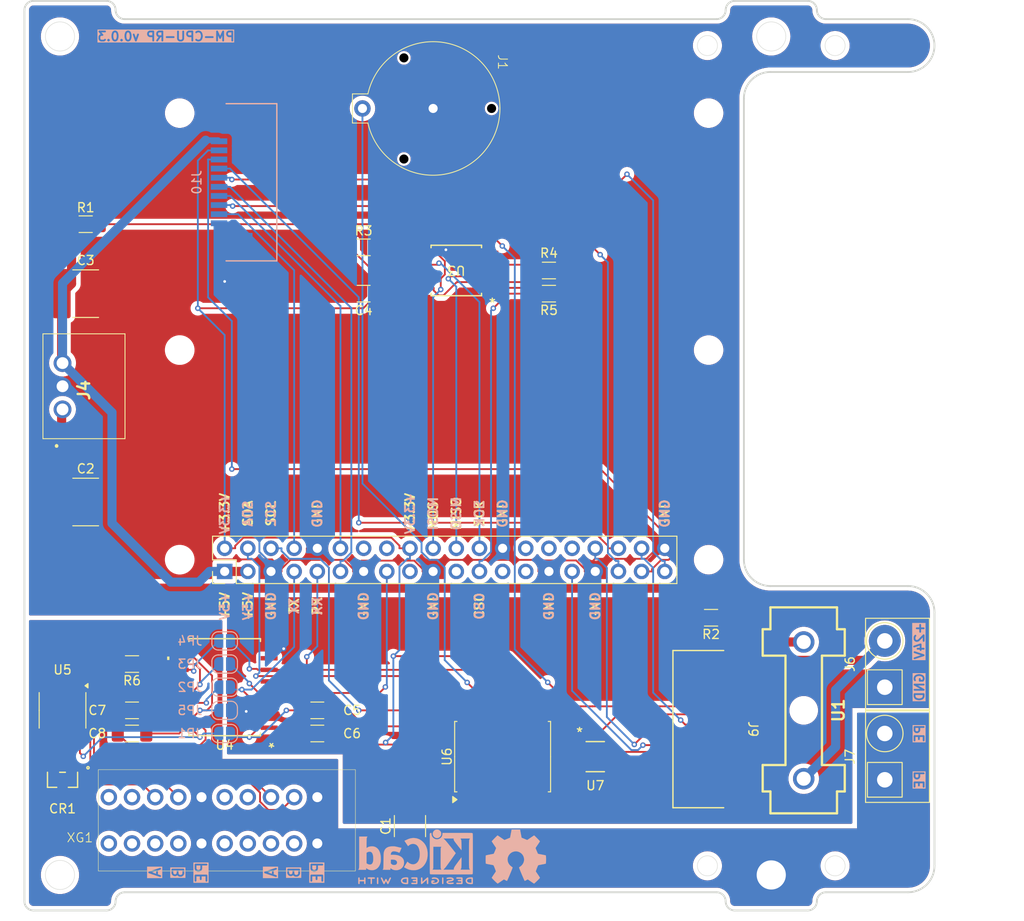
<source format=kicad_pcb>
(kicad_pcb (version 20240108) (generator "pcbnew") (generator_version "8.0")
  (title_block (title "${article} v${version}"))
  (layers (0 "F.Cu" signal) (31 "B.Cu" signal) (34 "B.Paste" user) (35 "F.Paste" user) (36 "B.SilkS" user "B.Silkscreen") (37 "F.SilkS" user "F.Silkscreen") (38 "B.Mask" user) (39 "F.Mask" user) (44 "Edge.Cuts" user))
  (property "article" "PM-CPU-RP")
  (property "version" "0.0.3")
  (net 0 "")
  (net 1 "/LED_1")
  (net 2 "/LED_2")
  (net 4 "/LED_0")
  (net 8 "+5V")
  (net 9 "GND")
  (net 10 "/SCL")
  (net 11 "/SDA")
  (net 12 "PE")
  (net 13 "Net-(J4-VIN)")
  (net 14 "+24V")
  (net 15 "+3.3V")
  (net 16 "/subplates/LED_24V")
  (net 17 "/subplates/LED_5V")
  (net 18 "/UART_RTS")
  (net 20 "+3.3V_ISO")
  (net 21 "GND_ISO")
  (net 25 "/RS485_B")
  (net 26 "/RS485_A")
  (net 27 "/UART_TX")
  (net 28 "/UART_RX")
  (net 32 "Net-(U3-{slash}WP(IO2))")
  (net 33 "Net-(U3-{slash}HOLD_(IO3))")
  (net 34 "/UART_TX_ISO")
  (net 35 "/UART_RX_ISO")
  (net 36 "/UART_RTS_ISO")
  (net 45 "Net-(U6-VBAT)")
  (net 47 "/subplates/LED_RX")
  (net 48 "/subplates/LED_TX")
  (net 50 "/SPI0_MOSI")
  (net 51 "/SPI1_MOSI")
  (net 52 "/SPI1_CS0")
  (net 53 "/SPI0_CS0")
  (net 54 "/SPI0_SCK")
  (net 55 "/SPI1_MISO")
  (net 56 "/SPI1_SCK")
  (net 57 "/SPI1_CS1")
  (net 58 "/SPI1_CS2")
  (net 59 "/SPI0_MISO")
  (net 60 "/SPI1_CS3")
  (footprint "kicad_inventree_lib:PE" (layer "F.Cu") (at 106.93 146.33)
    (property "Reference" "PE1" (hide yes))
    (property "Value" "PE")
  )
  (footprint "kicad_inventree_lib:DBV6-M" (layer "F.Cu") (at 87.63 133.35)
    (property "Reference" "U7")
    (property "Value" "SN74LVC2G14DBVR")
  )
  (footprint "kicad_inventree_lib:BS-12-A1AJ002-F" (layer "F.Cu") (at 62.1 62.23 90)
    (property "Reference" "J1")
    (property "Value" "~")
  )
  (footprint "kicad_inventree_lib:C_2220_5750Metric_Pad1.97x5.40mm_HandSolder" (layer "F.Cu") (at 31.75 82.55)
    (property "Reference" "C3")
    (property "Value" "22uF")
  )
  (footprint "kicad_inventree_lib:RaspberryPi" (layer "F.Cu") (at 72.06 62.74 90)
    (property "Reference" "D1" (hide yes))
    (property "Value" "~")
  )
  (footprint "Resistor_SMD:R_1206_3216Metric_Pad1.30x1.75mm_HandSolder" (layer "F.Cu") (at 36.83 123.19 180)
    (property "Reference" "R6")
    (property "Value" "10k")
  )
  (footprint "kicad_inventree_lib:SOT23-3_LTF-M" (layer "F.Cu") (at 29.21 135.89 180)
    (property "Reference" "CR1")
    (property "Value" "SM712")
  )
  (footprint "Capacitor_SMD:C_1206_3216Metric_Pad1.33x1.80mm_HandSolder" (layer "F.Cu") (at 36.83 130.81 180)
    (property "Reference" "C8")
    (property "Value" "10uF")
  )
  (footprint "Resistor_SMD:R_1206_3216Metric_Pad1.30x1.75mm_HandSolder" (layer "F.Cu") (at 31.75 74.93)
    (property "Reference" "R1")
    (property "Value" "330R")
  )
  (footprint "Capacitor_SMD:C_1206_3216Metric_Pad1.33x1.80mm_HandSolder" (layer "F.Cu") (at 57.15 128.27)
    (property "Reference" "C5")
    (property "Value" "100nF")
  )
  (footprint "kicad_inventree_lib:MountingHole_M3" (layer "F.Cu") (at 106.93 54.33)
    (property "Reference" "H3" (hide yes))
    (property "Value" "MountingHole_M3")
    (fp_circle (center 0 0) (end 1.6 0) (stroke (width 0.05)) (fill none) (layer "Edge.Cuts"))
  )
  (footprint "NextPCB:Degson_2EDGR-5.08-02P" (layer "F.Cu") (at 119.38 125.73 90)
    (property "Reference" "J6")
    (property "Value" "2EDGR-5.08-02P")
  )
  (footprint "kicad_inventree_lib:SOIC16-WBW_CLG-M" (layer "F.Cu") (at 46.99 125.73 180)
    (property "Reference" "U4")
    (property "Value" "CA-IS3641HW")
  )
  (footprint "Capacitor_SMD:C_1812_4532Metric_Pad1.57x3.40mm_HandSolder" (layer "F.Cu") (at 67.31 140.97 90)
    (property "Reference" "C1")
    (property "Value" "4.7nF 2kV")
  )
  (footprint "Package_SO:SOIC-8_3.9x4.9mm_P1.27mm" (layer "F.Cu") (at 29.21 128.27 -90)
    (property "Reference" "U5")
    (property "Value" "MAX3485")
  )
  (footprint "Capacitor_SMD:C_1206_3216Metric_Pad1.33x1.80mm_HandSolder" (layer "F.Cu") (at 57.15 130.81)
    (property "Reference" "C6")
    (property "Value" "10uF")
  )
  (footprint "kicad_inventree_lib:K7805-2000R3" (layer "F.Cu") (at 29.21 95.25 90)
    (property "Reference" "J4")
    (property "Value" "K7805-2000R3" (hide yes))
  )
  (footprint "kicad_inventree_lib:CONN10_AFA07-S10_JUS" (layer "F.Cu") (at 98.93 130.33 -90)
    (property "Reference" "J9")
    (property "Value" "AFA07-S10FCC-00")
  )
  (footprint "Resistor_SMD:R_1206_3216Metric_Pad1.30x1.75mm_HandSolder" (layer "F.Cu") (at 82.55 82.55 180)
    (property "Reference" "R5")
    (property "Value" "10k")
  )
  (footprint "kicad_inventree_lib:MountingHole_M3" (layer "F.Cu") (at 28.93 54.33)
    (property "Reference" "H2" (hide yes))
    (property "Value" "MountingHole_M3")
    (fp_circle (center 0 0) (end 1.6 0) (stroke (width 0.05)) (fill none) (layer "Edge.Cuts"))
  )
  (footprint "Capacitor_SMD:C_1206_3216Metric_Pad1.33x1.80mm_HandSolder" (layer "F.Cu") (at 62.23 82.55 180)
    (property "Reference" "C4")
    (property "Value" "10uF")
  )
  (footprint "kicad_inventree_lib:SOIC-8_5P28X5P28_WIN-M" (layer "F.Cu") (at 72.39 80.01 180)
    (property "Reference" "U3")
    (property "Value" "W25Q32JVSSIQ")
  )
  (footprint "kicad_inventree_lib:MountingHole_M3" (layer "F.Cu") (at 28.93 146.33)
    (property "Reference" "H1" (hide yes))
    (property "Value" "MountingHole_M3")
    (fp_circle (center 0 0) (end 1.6 0) (stroke (width 0.05)) (fill none) (layer "Edge.Cuts"))
  )
  (footprint "kicad_inventree_lib:C_2220_5750Metric_Pad1.97x5.40mm_HandSolder" (layer "F.Cu") (at 31.75 105.41)
    (property "Reference" "C2")
    (property "Value" "22uF")
  )
  (footprint "Capacitor_SMD:C_1206_3216Metric_Pad1.33x1.80mm_HandSolder" (layer "F.Cu") (at 36.83 128.27 180)
    (property "Reference" "C7")
    (property "Value" "100nF")
  )
  (footprint "NextPCB:Degson_2EDGR-5.08-02P" (layer "F.Cu") (at 119.38 135.89 90)
    (property "Reference" "J7")
    (property "Value" "2EDGR-5.08-02P")
  )
  (footprint "Resistor_SMD:R_1206_3216Metric_Pad1.30x1.75mm_HandSolder" (layer "F.Cu") (at 100.33 118.11 180)
    (property "Reference" "R2")
    (property "Value" "4k7")
  )
  (footprint "Package_SO:SOIC-16W_7.5x10.3mm_P1.27mm" (layer "F.Cu") (at 77.47 133.35 90)
    (property "Reference" "U6")
    (property "Value" "DS3231")
  )
  (footprint "Resistor_SMD:R_1206_3216Metric_Pad1.30x1.75mm_HandSolder" (layer "F.Cu") (at 82.55 80.01 180)
    (property "Reference" "R4")
    (property "Value" "10k")
  )
  (footprint "Resistor_SMD:R_1206_3216Metric_Pad1.30x1.75mm_HandSolder" (layer "F.Cu") (at 62.23 77.47)
    (property "Reference" "R3")
    (property "Value" "10k")
  )
  (footprint "kicad_inventree_lib:DG141R-2.54-10P" (layer "F.Cu") (at 33.39 145.895)
    (property "Reference" "XG1")
    (property "Value" "DG141R-2.54-10P" (hide yes))
  )
  (footprint "NextPCB:Fuseholder" (layer "F.Cu") (at 110.49 128.27 90)
    (property "Reference" "U1")
    (property "Value" "64900001039" (hide yes))
  )
  (footprint "kicad_inventree_lib:PM-LED_v0.0.2" (layer "F.Cu") (at 109.93 100.33)
    (property "Reference" "U2" (hide yes))
    (property "Value" "PM-LED8_v0.0.2")
    (fp_circle (center -10 -45) (end -8.9 -45) (stroke (width 0.05)) (fill none) (layer "Edge.Cuts"))
    (fp_circle (center -10 45) (end -8.9 45) (stroke (width 0.05)) (fill none) (layer "Edge.Cuts"))
    (fp_circle (center 4 -45) (end 5.1 -45) (stroke (width 0.05)) (fill none) (layer "Edge.Cuts"))
    (fp_circle (center 4 45) (end 5.1 45) (stroke (width 0.05)) (fill none) (layer "Edge.Cuts"))
  )
  (footprint "Jumper:SolderJumper-2_P1.3mm_Open_RoundedPad1.0x1.5mm" (layer "B.Cu") (at 46.99 120.65 180)
    (property "Reference" "JP4")
    (property "Value" "SolderJumper_2_Open")
  )
  (footprint "Symbol:KiCad-Logo2_5mm_SilkScreen" (layer "B.Cu") (at 67.93 144.33 180)
    (property "Reference" "kicad_logo" (hide yes))
    (property "Value" "KiCad-Logo2_5mm_SilkScreen" (hide yes))
  )
  (footprint "Jumper:SolderJumper-2_P1.3mm_Open_RoundedPad1.0x1.5mm" (layer "B.Cu") (at 46.99 125.73 180)
    (property "Reference" "JP2")
    (property "Value" "SolderJumper_2_Open")
  )
  (footprint "Jumper:SolderJumper-2_P1.3mm_Open_RoundedPad1.0x1.5mm" (layer "B.Cu") (at 46.99 128.27 180)
    (property "Reference" "JP5")
    (property "Value" "SolderJumper_2_Open")
  )
  (footprint "kicad_inventree_lib:CONN10_AFA07-S10_JUS" (layer "B.Cu") (at 49.93 70.33 -90)
    (property "Reference" "J10")
    (property "Value" "AFA07-S10FCC-00")
  )
  (footprint "Jumper:SolderJumper-2_P1.3mm_Open_RoundedPad1.0x1.5mm" (layer "B.Cu") (at 46.99 130.81 180)
    (property "Reference" "JP1")
    (property "Value" "SolderJumper_2_Open")
  )
  (footprint "Symbol:OSHW-Symbol_6.7x6mm_SilkScreen" (layer "B.Cu") (at 78.93 144.33 180)
    (property "Reference" "oshw_logo" (hide yes))
    (property "Value" "OSHW-Symbol_6.7x6mm_SilkScreen" (hide yes))
  )
  (footprint "Jumper:SolderJumper-2_P1.3mm_Open_RoundedPad1.0x1.5mm" (layer "B.Cu") (at 46.99 123.19 180)
    (property "Reference" "JP3")
    (property "Value" "SolderJumper_2_Open")
  )
  (gr_line (start 106.83 58.23) (end 121.93 58.229998) (stroke (width 0.2)) (layer "Edge.Cuts"))
  (gr_line (start 25.03 51.43) (end 25.03 149.23) (stroke (width 0.2)) (layer "Edge.Cuts"))
  (gr_arc (start 101.93 51.43) (mid 102.222893 50.722893) (end 102.93 50.43) (stroke (width 0.2)) (layer "Edge.Cuts"))
  (gr_line (start 26.03 50.43) (end 34.03 50.43) (stroke (width 0.2)) (layer "Edge.Cuts"))
  (gr_arc (start 35.03 149.23) (mid 34.737107 149.937107) (end 34.03 150.23) (stroke (width 0.2)) (layer "Edge.Cuts"))
  (gr_arc (start 36.03 52.43) (mid 35.322893 52.137107) (end 35.03 51.43) (stroke (width 0.2)) (layer "Edge.Cuts"))
  (gr_line (start 106.83 114.63) (end 121.93 114.63) (stroke (width 0.2)) (layer "Edge.Cuts"))
  (gr_line (start 100.93 148.23) (end 36.03 148.23) (stroke (width 0.2)) (layer "Edge.Cuts"))
  (gr_arc (start 112.93 52.43) (mid 112.222893 52.137107) (end 111.93 51.43) (stroke (width 0.2)) (layer "Edge.Cuts"))
  (gr_arc (start 121.93 52.43) (mid 124.83 55.33) (end 121.93 58.229998) (stroke (width 0.2)) (layer "Edge.Cuts"))
  (gr_line (start 110.93 50.43) (end 102.93 50.43) (stroke (width 0.2)) (layer "Edge.Cuts"))
  (gr_arc (start 103.93 61.13) (mid 104.77939 59.07939) (end 106.83 58.23) (stroke (width 0.2)) (layer "Edge.Cuts"))
  (gr_line (start 103.93 61.13) (end 103.93 111.73) (stroke (width 0.2)) (layer "Edge.Cuts"))
  (gr_arc (start 121.93 114.63) (mid 123.98061 115.47939) (end 124.83 117.53) (stroke (width 0.2)) (layer "Edge.Cuts"))
  (gr_arc (start 35.03 149.23) (mid 35.322891 148.522891) (end 36.03 148.23) (stroke (width 0.2)) (layer "Edge.Cuts"))
  (gr_line (start 112.93 148.23) (end 121.93 148.23) (stroke (width 0.2)) (layer "Edge.Cuts"))
  (gr_arc (start 100.93 148.23) (mid 101.637107 148.522893) (end 101.93 149.23) (stroke (width 0.2)) (layer "Edge.Cuts"))
  (gr_line (start 102.93 150.23) (end 110.93 150.23) (stroke (width 0.2)) (layer "Edge.Cuts"))
  (gr_arc (start 110.93 50.43) (mid 111.637107 50.722893) (end 111.93 51.43) (stroke (width 0.2)) (layer "Edge.Cuts"))
  (gr_arc (start 111.93 149.23) (mid 112.222893 148.522893) (end 112.93 148.23) (stroke (width 0.2)) (layer "Edge.Cuts"))
  (gr_arc (start 124.83 145.33) (mid 123.98061 147.38061) (end 121.93 148.23) (stroke (width 0.2)) (layer "Edge.Cuts"))
  (gr_line (start 36.03 52.43) (end 100.93 52.43) (stroke (width 0.2)) (layer "Edge.Cuts"))
  (gr_arc (start 106.83 114.63) (mid 104.77939 113.78061) (end 103.93 111.73) (stroke (width 0.2)) (layer "Edge.Cuts"))
  (gr_arc (start 101.93 51.43) (mid 101.637107 52.137107) (end 100.93 52.43) (stroke (width 0.2)) (layer "Edge.Cuts"))
  (gr_arc (start 25.03 51.43) (mid 25.322893 50.722893) (end 26.03 50.43) (stroke (width 0.2)) (layer "Edge.Cuts"))
  (gr_arc (start 34.03 50.43) (mid 34.737107 50.722893) (end 35.03 51.43) (stroke (width 0.2)) (layer "Edge.Cuts"))
  (gr_line (start 26.03 150.23) (end 34.03 150.23) (stroke (width 0.2)) (layer "Edge.Cuts"))
  (gr_line (start 124.83 117.53) (end 124.83 145.33) (stroke (width 0.2)) (layer "Edge.Cuts"))
  (gr_arc (start 102.93 150.23) (mid 102.222893 149.937107) (end 101.93 149.23) (stroke (width 0.2)) (layer "Edge.Cuts"))
  (gr_line (start 121.93 52.43) (end 112.93 52.43) (stroke (width 0.2)) (layer "Edge.Cuts"))
  (gr_arc (start 111.93 149.23) (mid 111.637107 149.937107) (end 110.93 150.23) (stroke (width 0.2)) (layer "Edge.Cuts"))
  (gr_arc (start 26.03 150.23) (mid 25.322893 149.937107) (end 25.03 149.23) (stroke (width 0.2)) (layer "Edge.Cuts"))
  (gr_text "+24V" (at 123.19 120.65 90) (layer "B.SilkS" knockout) (effects (font (size 1 1) (thickness 0.2) (bold yes)) (justify mirror)))
  (gr_text "${article} v${version}" (at 32.93 54.33 0) (layer "B.SilkS" knockout) (effects (font (size 1 1) (thickness 0.2) (bold yes)) (justify right mirror)))
  (gr_text "PE" (at 123.19 130.81 90) (layer "B.SilkS" knockout) (effects (font (size 1 1) (thickness 0.2) (bold yes)) (justify mirror)))
  (gr_text "B" (at 41.91 146.05 90) (layer "B.SilkS" knockout) (effects (font (size 1.2 1.2) (thickness 0.2) (bold yes)) (justify mirror)))
  (gr_text "PE" (at 123.19 135.89 90) (layer "B.SilkS" knockout) (effects (font (size 1 1) (thickness 0.2) (bold yes)) (justify mirror)))
  (gr_text "A" (at 52.07 146.05 90) (layer "B.SilkS" knockout) (effects (font (size 1.2 1.2) (thickness 0.2) (bold yes)) (justify mirror)))
  (gr_text "PE" (at 44.45 146.05 90) (layer "B.SilkS" knockout) (effects (font (size 1.2 1.2) (thickness 0.2) (bold yes)) (justify mirror)))
  (gr_text "PE" (at 57.15 146.05 90) (layer "B.SilkS" knockout) (effects (font (size 1.2 1.2) (thickness 0.2) (bold yes)) (justify mirror)))
  (gr_text "B" (at 54.61 146.05 90) (layer "B.SilkS" knockout) (effects (font (size 1.2 1.2) (thickness 0.2) (bold yes)) (justify mirror)))
  (gr_text "GND" (at 123.19 125.73 90) (layer "B.SilkS" knockout) (effects (font (size 1 1) (thickness 0.2) (bold yes)) (justify mirror)))
  (gr_text "A" (at 39.37 146.05 90) (layer "B.SilkS" knockout) (effects (font (size 1.2 1.2) (thickness 0.2) (bold yes)) (justify mirror)))
  (segment (start 93.0961 130.83) (end 91.9116 132.0145) (width 0.2) (layer "F.Cu") (net 1))
  (segment (start 102.486 130.83) (end 93.0961 130.83) (width 0.2) (layer "F.Cu") (net 1))
  (via (at 91.9116 132.0145) (size 0.6) (drill 0.3) (layers "F.Cu" "B.Cu") (net 1))
  (segment (start 87.63 110.49) (end 87.63 111.6417) (width 0.2) (layer "B.Cu") (net 1))
  (segment (start 91.9116 132.0145) (end 88.9 129.0029) (width 0.2) (layer "B.Cu") (net 1))
  (segment (start 88.9 112.6432) (end 87.8985 111.6417) (width 0.2) (layer "B.Cu") (net 1))
  (segment (start 87.8985 111.6417) (end 87.63 111.6417) (width 0.2) (layer "B.Cu") (net 1))
  (segment (start 88.9 129.0029) (end 88.9 112.6432) (width 0.2) (layer "B.Cu") (net 1))
  (segment (start 102.486 131.83) (end 101.2826 131.83) (width 0.2) (layer "F.Cu") (net 2))
  (segment (start 101.0274 132.0852) (end 101.2826 131.83) (width 0.2) (layer "F.Cu") (net 2))
  (segment (start 92.8587 132.0852) (end 101.0274 132.0852) (width 0.2) (layer "F.Cu") (net 2))
  (via (at 92.8587 132.0852) (size 0.6) (drill 0.3) (layers "F.Cu" "B.Cu") (net 2))
  (segment (start 92.3129 132.631) (end 92.8587 132.0852) (width 0.2) (layer "B.Cu") (net 2))
  (segment (start 91.5967 132.631) (end 92.3129 132.631) (width 0.2) (layer "B.Cu") (net 2))
  (segment (start 85.09 113.03) (end 85.09 126.1243) (width 0.2) (layer "B.Cu") (net 2))
  (segment (start 85.09 126.1243) (end 91.5967 132.631) (width 0.2) (layer "B.Cu") (net 2))
  (segment (start 97.4861 129.83) (end 96.9943 129.3382) (width 0.2) (layer "F.Cu") (net 4))
  (segment (start 102.486 129.83) (end 97.4861 129.83) (width 0.2) (layer "F.Cu") (net 4))
  (via (at 96.9943 129.3382) (size 0.6) (drill 0.3) (layers "F.Cu" "B.Cu") (net 4))
  (segment (start 92.9785 111.6417) (end 93.98 112.6432) (width 0.2) (layer "B.Cu") (net 4))
  (segment (start 93.98 126.3239) (end 96.9943 129.3382) (width 0.2) (layer "B.Cu") (net 4))
  (segment (start 93.98 112.6432) (end 93.98 126.3239) (width 0.2) (layer "B.Cu") (net 4))
  (segment (start 92.71 111.6417) (end 92.9785 111.6417) (width 0.2) (layer "B.Cu") (net 4))
  (segment (start 92.71 110.49) (end 92.71 111.6417) (width 0.2) (layer "B.Cu") (net 4))
  (segment (start 46.99 113.03) (end 49.53 113.03) (width 1) (layer "F.Cu") (net 8))
  (segment (start 29.1125 90.0725) (end 29.1125 82.55) (width 1) (layer "F.Cu") (net 8))
  (segment (start 30.2 81.4625) (end 29.1125 82.55) (width 1) (layer "F.Cu") (net 8))
  (segment (start 30.2 74.93) (end 30.2 81.4625) (width 1) (layer "F.Cu") (net 8))
  (segment (start 29.21 90.17) (end 29.1125 90.0725) (width 1) (layer "F.Cu") (net 8))
  (segment (start 29.21 81.4143) (end 29.21 90.17) (width 1) (layer "B.Cu") (net 8))
  (segment (start 41.0892 114.2016) (end 34.6338 107.7462) (width 1) (layer "B.Cu") (net 8))
  (segment (start 44.912 65.7123) (end 29.21 81.4143) (width 1) (layer "B.Cu") (net 8))
  (segment (start 34.6338 95.5938) (end 29.21 90.17) (width 1) (layer "B.Cu") (net 8))
  (segment (start 44.912 65.7123) (end 46.2563 65.7123) (width 0.6348) (layer "B.Cu") (net 8))
  (segment (start 46.2563 65.7123) (end 46.374 65.83) (width 0.6348) (layer "B.Cu") (net 8))
  (segment (start 34.6338 107.7462) (end 34.6338 95.5938) (width 1) (layer "B.Cu") (net 8))
  (segment (start 44.1667 114.2016) (end 41.0892 114.2016) (width 1) (layer "B.Cu") (net 8))
  (segment (start 45.3383 113.03) (end 44.1667 114.2016) (width 1) (layer "B.Cu") (net 8))
  (segment (start 46.99 113.03) (end 45.3383 113.03) (width 1) (layer "B.Cu") (net 8))
  (segment (start 67.7768 111.84) (end 68.6983 112.7615) (width 0.2) (layer "F.Cu") (net 9))
  (segment (start 34.3875 87.5325) (end 34.3875 82.55) (width 0.2) (layer "F.Cu") (net 9))
  (segment (start 53.3168 121.5062) (end 53.0956 121.285) (width 0.2) (layer "F.Cu") (net 9))
  (segment (start 71.2496 77.7355) (end 74.5001 77.7355) (width 0.2) (layer "F.Cu") (net 9))
  (segment (start 80.645 138) (end 81.915 138) (width 0.2) (layer "F.Cu") (net 9))
  (segment (start 53.2217 112.742) (end 54.2037 111.76) (width 0.2) (layer "F.Cu") (net 9))
  (segment (start 76.7652 139.751) (end 78.105 138.4112) (width 0.2) (layer "F.Cu") (net 9))
  (segment (start 117.3283 125.73) (end 108.2283 134.83) (width 0.2) (layer "F.Cu") (net 9))
  (segment (start 86.1632 133.35) (end 87.0555 133.35) (width 0.2) (layer "F.Cu") (net 9))
  (segment (start 61.0783 112.7615) (end 61.0783 113.03) (width 0.2) (layer "F.Cu") (net 9))
  (segment (start 29.21 92.71) (end 34.3875 87.5325) (width 0.2) (layer "F.Cu") (net 9))
  (segment (start 87.0555 134.8811) (end 87.0555 133.35) (width 0.2) (layer "F.Cu") (net 9))
  (segment (start 53.0956 128.905) (end 53.7306 129.54) (width 0.2) (layer "F.Cu") (net 9))
  (segment (start 60.0768 111.76) (end 61.0783 112.7615) (width 0.2) (layer "F.Cu") (net 9))
  (segment (start 58.7125 130.81) (end 58.7125 128.27) (width 0.2) (layer "F.Cu") (net 9))
  (segment (start 57.15 110.49) (end 55.9983 110.49) (width 0.2) (layer "F.Cu") (net 9))
  (segment (start 61.9998 111.84) (end 67.7768 111.84) (width 0.2) (layer "F.Cu") (net 9))
  (segment (start 78.105 128.7) (end 76.835 128.7) (width 0.2) (layer "F.Cu") (net 9))
  (segment (start 69.6998 111.76) (end 76.3183 111.76) (width 0.2) (layer "F.Cu") (net 9))
  (segment (start 46.9898 81.2118) (end 51.9792 76.2224) (width 0.2) (layer "F.Cu") (net 9))
  (segment (start 78.105 138) (end 79.375 138) (width 0.2) (layer "F.Cu") (net 9))
  (segment (start 81.915 129.994) (end 85.271 133.35) (width 0.2) (layer "F.Cu") (net 9))
  (segment (start 82.55 113.03) (end 81.3983 113.03) (width 0.2) (layer "F.Cu") (net 9))
  (segment (start 119.38 125.73) (end 117.3283 125.73) (width 0.2) (layer "F.Cu") (net 9))
  (segment (start 51.2524 128.905) (end 51.8668 128.905) (width 0.2) (layer "F.Cu") (net 9))
  (segment (start 85.5394 111.8226) (end 86.4783 112.7615) (width 0.2) (layer "F.Cu") (net 9))
  (segment (start 55.9983 111.76) (end 60.0768 111.76) (width 0.2) (layer "F.Cu") (net 9))
  (segment (start 101.2315 134.8811) (end 101.2826 134.83) (width 0.2) (layer "F.Cu") (net 9))
  (segment (start 45.2605 111.7099) (end 52.1896 111.7099) (width 0.2) (layer "F.Cu") (net 9))
  (segment (start 74.5001 77.7355) (end 74.8696 78.105) (width 0.2) (layer "F.Cu") (net 9))
  (segment (start 76.3183 111.76) (end 76.3183 110.49) (width 0.2) (layer "F.Cu") (net 9))
  (segment (start 57.4425 129.54) (end 58.7125 130.81) (width 0.2) (layer "F.Cu") (net 9))
  (segment (start 81.3357 111.76) (end 81.3983 111.8226) (width 0.2) (layer "F.Cu") (net 9))
  (segment (start 81.915 135.7846) (end 81.915 138) (width 0.2) (layer "F.Cu") (net 9))
  (segment (start 94.0983 110.49) (end 94.0983 110.778) (width 0.2) (layer "F.Cu") (net 9))
  (segment (start 79.375 138) (end 80.645 138) (width 0.2) (layer "F.Cu") (net 9))
  (segment (start 51.8668 121.285) (end 50.638 121.285) (width 0.2) (layer "F.Cu") (net 9))
  (segment (start 48.2286 123.6944) (end 48.2286 127.2637) (width 0.2) (layer "F.Cu") (net 9))
  (segment (start 93.2346 111.6417) (end 87.5981 111.6417) (width 0.2) (layer "F.Cu") (net 9))
  (segment (start 76.0857 78.105) (end 74.8696 78.105) (width 0.2) (layer "F.Cu") (net 9))
  (segment (start 76.9404 130.81) (end 81.915 135.7846) (width 0.2) (layer "F.Cu") (net 9))
  (segment (start 58.7125 130.81) (end 76.9404 130.81) (width 0.2) (layer "F.Cu") (net 9))
  (segment (start 34.3875 105.41) (end 38.9606 105.41) (width 0.2) (layer "F.Cu") (net 9))
  (segment (start 51.9792 76.2224) (end 69.7365 76.2224) (width 0.2) (layer "F.Cu") (net 9))
  (segment (start 49.3527 128.3878) (end 49.8699 128.905) (width 0.2) (layer "F.Cu") (net 9))
  (segment (start 67.31 138.8325) (end 68.2285 139.751) (width 0.2) (layer "F.Cu") (net 9))
  (segment (start 54.2037 111.76) (end 55.9983 111.76) (width 0.2) (layer "F.Cu") (net 9))
  (segment (start 69.85 113.03) (end 68.6983 113.03) (width 0.2) (layer "F.Cu") (net 9))
  (segment (start 52.07 113.03) (end 53.2217 113.03) (width 0.2) (layer "F.Cu") (net 9))
  (segment (start 55.9983 111.76) (end 55.9983 110.49) (width 0.2) (layer "F.Cu") (net 9))
  (segment (start 87.0555 134.8811) (end 101.2315 134.8811) (width 0.2) (layer "F.Cu") (net 9))
  (segment (start 94.0983 110.778) (end 93.2346 111.6417) (width 0.2) (layer "F.Cu") (net 9))
  (segment (start 76.3183 111.76) (end 81.3357 111.76) (width 0.2) (layer "F.Cu") (net 9))
  (segment (start 86.1632 133.35) (end 85.271 133.35) (width 0.2) (layer "F.Cu") (net 9))
  (segment (start 95.25 110.49) (end 94.0983 110.49) (width 0.2) (layer "F.Cu") (net 9))
  (segment (start 68.6983 112.7615) (end 69.6998 111.76) (width 0.2) (layer "F.Cu") (net 9))
  (segment (start 86.4783 112.7615) (end 86.4783 113.03) (width 0.2) (layer "F.Cu") (net 9))
  (segment (start 79.375 128.7) (end 78.105 128.7) (width 0.2) (layer "F.Cu") (net 9))
  (segment (start 69.7365 76.2224) (end 71.2496 77.7355) (width 0.2) (layer "F.Cu") (net 9))
  (segment (start 108.2283 134.83) (end 102.486 134.83) (width 0.2) (layer "F.Cu") (net 9))
  (segment (start 49.8699 128.905) (end 50.638 128.905) (width 0.2) (layer "F.Cu") (net 9))
  (segment (start 52.1896 111.7099) (end 53.2217 112.742) (width 0.2) (layer "F.Cu") (net 9))
  (segment (start 81.915 135.7846) (end 82.8185 134.8811) (width 0.2) (layer "F.Cu") (net 9))
  (segment (start 50.638 121.285) (end 48.2286 123.6944) (width 0.2) (layer "F.Cu") (net 9))
  (segment (start 46.9898 82.55) (end 60.6675 82.55) (width 0.2) (layer "F.Cu") (net 9))
  (segment (start 87.63 113.03) (end 86.4783 113.03) (width 0.2) (layer "F.Cu") (net 9))
  (segment (start 77.47 110.49) (end 76.3183 110.49) (width 0.2) (layer "F.Cu") (net 9))
  (segment (start 34.3875 82.55) (end 46.9898 82.55) (width 0.2) (layer "F.Cu") (net 9))
  (segment (start 51.8668 121.285) (end 53.0956 121.285) (width 0.2) (layer "F.Cu") (net 9))
  (segment (start 51.2524 128.905) (end 50.638 128.905) (width 0.2) (layer "F.Cu") (net 9))
  (segment (start 68.6983 112.7615) (end 68.6983 113.03) (width 0.2) (layer "F.Cu") (net 9))
  (segment (start 82.8185 134.8811) (end 87.0555 134.8811) (width 0.2) (layer "F.Cu") (net 9))
  (segment (start 53.2217 113.03) (end 53.2217 112.742) (width 0.2) (layer "F.Cu") (net 9))
  (segment (start 81.915 128.7) (end 81.915 129.994) (width 0.2) (layer "F.Cu") (net 9))
  (segment (start 81.3983 111.8226) (end 85.5394 111.8226) (width 0.2) (layer "F.Cu") (net 9))
  (segment (start 46.9898 82.55) (end 46.9898 81.2118) (width 0.2) (layer "F.Cu") (net 9))
  (segment (start 102.486 134.83) (end 101.2826 134.83) (width 0.2) (layer "F.Cu") (net 9))
  (segment (start 81.915 128.7) (end 80.645 128.7) (width 0.2) (layer "F.Cu") (net 9))
  (segment (start 51.8668 128.905) (end 53.0956 128.905) (width 0.2) (layer "F.Cu") (net 9))
  (segment (start 80.645 128.7) (end 79.375 128.7) (width 0.2) (layer "F.Cu") (net 9))
  (segment (start 87.5981 111.6417) (end 86.4783 112.7615) (width 0.2) (layer "F.Cu") (net 9))
  (segment (start 78.105 138.4112) (end 78.105 138) (width 0.2) (layer "F.Cu") (net 9))
  (segment (start 81.3983 111.8226) (end 81.3983 113.03) (width 0.2) (layer "F.Cu") (net 9))
  (segment (start 53.7306 129.54) (end 57.4425 129.54) (width 0.2) (layer "F.Cu") (net 9))
  (segment (start 48.2286 127.2637) (end 49.3527 128.3878) (width 0.2) (layer "F.Cu") (net 9))
  (segment (start 38.9606 105.41) (end 45.2605 111.7099) (width 0.2) (layer "F.Cu") (net 9))
  (segment (start 61.0783 112.7615) (end 61.9998 111.84) (width 0.2) (layer "F.Cu") (net 9))
  (segment (start 53.4588 121.5062) (end 53.3168 121.5062) (width 0.2) (layer "F.Cu") (net 9))
  (segment (start 68.2285 139.751) (end 76.7652 139.751) (width 0.2) (layer "F.Cu") (net 9))
  (segment (start 62.23 113.03) (end 61.0783 113.03) (width 0.2) (layer "F.Cu") (net 9))
  (via (at 46.9898 81.2118) (size 0.6) (drill 0.3) (layers "F.Cu" "B.Cu") (net 9))
  (via (at 53.4588 121.5062) (size 0.6) (drill 0.3) (layers "F.Cu" "B.Cu") (net 9))
  (via (at 71.2496 77.7355) (size 0.6) (drill 0.3) (layers "F.Cu" "B.Cu") (net 9))
  (via (at 49.3527 128.3878) (size 0.6) (drill 0.3) (layers "F.Cu" "B.Cu") (net 9))
  (segment (start 46.9898 81.2118) (end 46.7016 80.9236) (width 0.2) (layer "B.Cu") (net 9))
  (segment (start 46.7016 80.9236) (end 46.7016 75.7769) (width 0.2) (layer "B.Cu") (net 9))
  (segment (start 52.07 120.1174) (end 52.07 113.03) (width 0.2) (layer "B.Cu") (net 9))
  (segment (start 52.07 111.8783) (end 51.8015 111.8783) (width 0.2) (layer "B.Cu") (net 9))
  (segment (start 47.4226 75.4492) (end 47.5774 75.2944) (width 0.2) (layer "B.Cu") (net 9))
  (segment (start 69.85 76.3359) (end 71.2496 77.7355) (width 0.2) (layer "B.Cu") (net 9))
  (segment (start 47.64 128.27) (end 49.2349 128.27) (width 0.2) (layer "B.Cu") (net 9))
  (segment (start 53.4588 121.5062) (end 52.07 120.1174) (width 0.2) (layer "B.Cu") (net 9))
  (segment (start 52.07 112.555) (end 52.07 113.03) (width 0.2) (layer "B.Cu") (net 9))
  (segment (start 49.2349 128.27) (end 49.3527 128.3878) (width 0.2) (layer "B.Cu") (net 9))
  (segment (start 52.07 112.555) (end 52.07 111.8783) (width 0.2) (layer "B.Cu") (net 9))
  (segment (start 50.8 110.8768) (end 50.8 85.022) (width 0.2) (layer "B.Cu") (net 9))
  (segment (start 47.5774 75.2944) (end 47.5774 74.83) (width 0.2) (layer "B.Cu") (net 9))
  (segment (start 69.85 62.23) (end 69.85 76.3359) (width 0.2) (layer "B.Cu") (net 9))
  (segment (start 46.7016 75.7769) (end 47.0293 75.4492) (width 0.2) (layer "B.Cu") (net 9))
  (segment (start 51.8015 111.8783) (end 50.8 110.8768) (width 0.2) (layer "B.Cu") (net 9))
  (segment (start 46.374 74.83) (end 47.5774 74.83) (width 0.2) (layer "B.Cu") (net 9))
  (segment (start 47.0293 75.4492) (end 47.4226 75.4492) (width 0.2) (layer "B.Cu") (net 9))
  (segment (start 50.8 85.022) (end 46.9898 81.2118) (width 0.2) (layer "B.Cu") (net 9))
  (segment (start 61.6963 128.271) (end 72.596 128.271) (width 0.2) (layer "F.Cu") (net 10))
  (segment (start 72.596 128.271) (end 73.025 128.7) (width 0.2) (layer "F.Cu") (net 10))
  (via (at 61.6963 128.271) (size 0.6) (drill 0.3) (layers "F.Cu" "B.Cu") (net 10))
  (segment (start 52.07 110.49) (end 53.2217 110.49) (width 0.2) (layer "B.Cu") (net 10))
  (segment (start 53.2217 110.778) (end 54.0854 111.6417) (width 0.2) (layer "B.Cu") (net 10))
  (segment (start 57.45 111.6417) (end 58.42 112.6117) (width 0.2) (layer "B.Cu") (net 10))
  (segment (start 58.42 112.6117) (end 58.42 124.9947) (width 0.2) (layer "B.Cu") (net 10))
  (segment (start 54.0854 111.6417) (end 57.45 111.6417) (width 0.2) (layer "B.Cu") (net 10))
  (segment (start 53.2217 110.49) (end 53.2217 110.778) (width 0.2) (layer "B.Cu") (net 10))
  (segment (start 58.42 124.9947) (end 61.6963 128.271) (width 0.2) (layer "B.Cu") (net 10))
  (segment (start 70.5189 124.5096) (end 50.4135 124.5096) (width 0.2) (layer "F.Cu") (net 11))
  (segment (start 74.295 128.2857) (end 70.5189 124.5096) (width 0.2) (layer "F.Cu") (net 11))
  (segment (start 74.295 128.7) (end 74.295 128.2857) (width 0.2) (layer "F.Cu") (net 11))
  (via (at 50.4135 124.5096) (size 0.6) (drill 0.3) (layers "F.Cu" "B.Cu") (net 11))
  (segment (start 49.9619 111.6417) (end 50.7993 112.4791) (width 0.2) (layer "B.Cu") (net 11))
  (segment (start 50.7993 112.4791) (end 50.7993 124.1238) (width 0.2) (layer "B.Cu") (net 11))
  (segment (start 49.53 111.6417) (end 49.9619 111.6417) (width 0.2) (layer "B.Cu") (net 11))
  (segment (start 49.53 110.49) (end 49.53 111.6417) (width 0.2) (layer "B.Cu") (net 11))
  (segment (start 50.7993 124.1238) (end 50.4135 124.5096) (width 0.2) (layer "B.Cu") (net 11))
  (segment (start 110.49 120.77) (end 108.07 120.77) (width 1) (layer "F.Cu") (net 13))
  (segment (start 29.21 95.25) (end 29.1125 95.3475) (width 1) (layer "F.Cu") (net 13))
  (segment (start 29.1125 95.3475) (end 29.1125 105.41) (width 1) (layer "F.Cu") (net 13))
  (segment (start 108.07 120.77) (end 102.1641 114.8641) (width 1) (layer "F.Cu") (net 13))
  (segment (start 38.5666 114.8641) (end 29.1125 105.41) (width 1) (layer "F.Cu") (net 13))
  (segment (start 102.1641 114.8641) (end 38.5666 114.8641) (width 1) (layer "F.Cu") (net 13))
  (segment (start 101.88 118.11) (end 106.5545 122.7845) (width 1) (layer "F.Cu") (net 14))
  (segment (start 117.2455 122.7845) (end 119.38 120.65) (width 1) (layer "F.Cu") (net 14))
  (segment (start 106.5545 122.7845) (end 117.2455 122.7845) (width 1) (layer "F.Cu") (net 14))
  (segment (start 113.9884 132.2716) (end 113.9884 126.0416) (width 1) (layer "B.Cu") (net 14))
  (segment (start 113.9884 126.0416) (end 119.38 120.65) (width 1) (layer "B.Cu") (net 14))
  (segment (start 110.49 135.77) (end 113.9884 132.2716) (width 1) (layer "B.Cu") (net 14))
  (segment (start 64.4275 81.915) (end 63.7925 82.55) (width 0.2) (layer "F.Cu") (net 15))
  (segment (start 64.4275 81.915) (end 64.4275 81.2175) (width 0.2) (layer "F.Cu") (net 15))
  (segment (start 51.2524 130.175) (end 51.8668 130.175) (width 0.2) (layer "F.Cu") (net 15))
  (segment (start 51.8668 130.175) (end 54.9525 130.175) (width 0.2) (layer "F.Cu") (net 15))
  (segment (start 65.2784 109.3222) (end 66.1583 110.2021) (width 0.2) (layer "F.Cu") (net 15))
  (segment (start 102.486 128.83) (end 101.2826 128.83) (width 0.2) (layer "F.Cu") (net 15))
  (segment (start 56.8016 132.0241) (end 55.5875 130.81) (width 0.2) (layer "F.Cu") (net 15))
  (segment (start 78.1982 122.3215) (end 86.5067 130.63) (width 0.2) (layer "F.Cu") (net 15))
  (segment (start 84.1 81.28) (end 84.1 82.55) (width 0.2) (layer "F.Cu") (net 15))
  (segment (start 72.4482 81.28) (end 70.9853 82.7429) (width 0.2) (layer "F.Cu") (net 15))
  (segment (start 75.9117 139.3431) (end 75.2026 139.3431) (width 0.2) (layer "F.Cu") (net 15))
  (segment (start 48.1417 110.2243) (end 49.0438 109.3222) (width 0.2) (layer "F.Cu") (net 15))
  (segment (start 51.2524 130.175) (end 50.638 130.175) (width 0.2) (layer "F.Cu") (net 15))
  (segment (start 62.1895 84.153) (end 44.0485 84.153) (width 0.2) (layer "F.Cu") (net 15))
  (segment (start 68.6943 81.915) (end 69.9104 81.915) (width 0.2) (layer "F.Cu") (net 15))
  (segment (start 49.0438 109.3222) (end 65.2784 109.3222) (width 0.2) (layer "F.Cu") (net 15))
  (segment (start 64.6376 132.0241) (end 68.7216 132.0241) (width 0.2) (layer "F.Cu") (net 15))
  (segment (start 75.2026 139.3431) (end 74.295 138.4355) (width 0.2) (layer "F.Cu") (net 15))
  (segment (start 54.9525 130.175) (end 55.5875 130.81) (width 0.2) (layer "F.Cu") (net 15))
  (segment (start 84.1 80.01) (end 84.1 81.28) (width 0.2) (layer "F.Cu") (net 15))
  (segment (start 49.7001 131.2122) (end 50.638 130.2743) (width 0.2) (layer "F.Cu") (net 15))
  (segment (start 69.9104 82.1992) (end 69.9104 81.915) (width 0.2) (layer "F.Cu") (net 15))
  (segment (start 46.99 110.49) (end 48.1417 110.49) (width 0.2) (layer "F.Cu") (net 15))
  (segment (start 70.9853 82.7429) (end 70.4541 82.7429) (width 0.2) (layer "F.Cu") (net 15))
  (segment (start 76.835 138) (end 76.835 138.4198) (width 0.2) (layer "F.Cu") (net 15))
  (segment (start 74.295 137.5975) (end 74.295 138) (width 0.2) (layer "F.Cu") (net 15))
  (segment (start 76.835 138.4198) (end 75.9117 139.3431) (width 0.2) (layer "F.Cu") (net 15))
  (segment (start 68.7216 132.0241) (end 74.295 137.5975) (width 0.2) (layer "F.Cu") (net 15))
  (segment (start 50.638 130.2743) (end 50.638 130.175) (width 0.2) (layer "F.Cu") (net 15))
  (segment (start 89.0969 133.35) (end 88.2047 133.35) (width 0.2) (layer "F.Cu") (net 15))
  (segment (start 88.2047 130.63) (end 90.1268 128.7079) (width 0.2) (layer "F.Cu") (net 15))
  (segment (start 88.2047 130.63) (end 88.2047 133.35) (width 0.2) (layer "F.Cu") (net 15))
  (segment (start 64.6376 131.7964) (end 64.6376 132.0241) (width 0.2) (layer "F.Cu") (net 15))
  (segment (start 84.1 81.28) (end 72.4482 81.28) (width 0.2) (layer "F.Cu") (net 15))
  (segment (start 74.295 138.4355) (end 74.295 138) (width 0.2) (layer "F.Cu") (net 15))
  (segment (start 67.31 110.49) (end 66.1583 110.49) (width 0.2) (layer "F.Cu") (net 15))
  (segment (start 86.5067 130.63) (end 88.2047 130.63) (width 0.2) (layer "F.Cu") (net 15))
  (segment (start 101.1605 128.7079) (end 101.2826 128.83) (width 0.2) (layer "F.Cu") (net 15))
  (segment (start 48.1417 110.49) (end 48.1417 110.2243) (width 0.2) (layer "F.Cu") (net 15))
  (segment (start 53.7547 128.27) (end 55.5875 128.27) (width 0.2) (layer "F.Cu") (net 15))
  (segment (start 68.6943 81.915) (end 64.4275 81.915) (width 0.2) (layer "F.Cu") (net 15))
  (segment (start 66.1583 110.2021) (end 66.1583 110.49) (width 0.2) (layer "F.Cu") (net 15))
  (segment (start 63.7925 82.55) (end 62.1895 84.153) (width 0.2) (layer "F.Cu") (net 15))
  (segment (start 65.4891 122.3215) (end 78.1982 122.3215) (width 0.2) (layer "F.Cu") (net 15))
  (segment (start 90.1268 128.7079) (end 101.1605 128.7079) (width 0.2) (layer "F.Cu") (net 15))
  (segment (start 70.4541 82.7429) (end 69.9104 82.1992) (width 0.2) (layer "F.Cu") (net 15))
  (segment (start 64.4275 81.2175) (end 60.68 77.47) (width 0.2) (layer "F.Cu") (net 15))
  (segment (start 64.6376 132.0241) (end 56.8016 132.0241) (width 0.2) (layer "F.Cu") (net 15))
  (via (at 44.0485 84.153) (size 0.6) (drill 0.3) (layers "F.Cu" "B.Cu") (net 15))
  (via (at 64.6376 131.7964) (size 0.6) (drill 0.3) (layers "F.Cu" "B.Cu") (net 15))
  (via (at 53.7547 128.27) (size 0.6) (drill 0.3) (layers "F.Cu" "B.Cu") (net 15))
  (via (at 49.7001 131.2122) (size 0.6) (drill 0.3) (layers "F.Cu" "B.Cu") (net 15))
  (via (at 65.4891 122.3215) (size 0.6) (drill 0.3) (layers "F.Cu" "B.Cu") (net 15))
  (segment (start 67.31 111.6417) (end 67.022 111.6417) (width 0.2) (layer "B.Cu") (net 15))
  (segment (start 46.99 87.0945) (end 46.99 109.3383) (width 0.2) (layer "B.Cu") (net 15))
  (segment (start 44.0485 84.153) (end 46.99 87.0945) (width 0.2) (layer "B.Cu") (net 15))
  (segment (start 67.31 110.49) (end 67.31 111.6417) (width 0.2) (layer "B.Cu") (net 15))
  (segment (start 49.7001 131.2122) (end 50.8125 131.2122) (width 0.2) (layer "B.Cu") (net 15))
  (segment (start 44.0485 67.9521) (end 45.1706 66.83) (width 0.2) (layer "B.Cu") (net 15))
  (segment (start 66.1583 112.5054) (end 66.1583 121.6523) (width 0.2) (layer "B.Cu") (net 15))
  (segment (start 47.64 130.81) (end 48.0422 131.2122) (width 0.2) (layer "B.Cu") (net 15))
  (segment (start 44.0485 84.153) (end 44.0485 67.9521) (width 0.2) (layer "B.Cu") (net 15))
  (segment (start 65.4891 130.9449) (end 64.6376 131.7964) (width 0.2) (layer "B.Cu") (net 15))
  (segment (start 48.0422 131.2122) (end 49.7001 131.2122) (width 0.2) (layer "B.Cu") (net 15))
  (segment (start 66.1583 121.6523) (end 65.4891 122.3215) (width 0.2) (layer "B.Cu") (net 15))
  (segment (start 46.99 110.49) (end 46.99 109.3383) (width 0.2) (layer "B.Cu") (net 15))
  (segment (start 46.374 66.83) (end 45.1706 66.83) (width 0.2) (layer "B.Cu") (net 15))
  (segment (start 50.8125 131.2122) (end 53.7547 128.27) (width 0.2) (layer "B.Cu") (net 15))
  (segment (start 65.4891 122.3215) (end 65.4891 130.9449) (width 0.2) (layer "B.Cu") (net 15))
  (segment (start 67.022 111.6417) (end 66.1583 112.5054) (width 0.2) (layer "B.Cu") (net 15))
  (segment (start 102.486 126.83) (end 103.6894 126.83) (width 0.2) (layer "F.Cu") (net 16))
  (segment (start 98.78 118.11) (end 103.6894 123.0194) (width 0.2) (layer "F.Cu") (net 16))
  (segment (start 103.6894 123.0194) (end 103.6894 126.83) (width 0.2) (layer "F.Cu") (net 16))
  (segment (start 87.3218 127.83) (end 87.3203 127.8285) (width 0.2) (layer "F.Cu") (net 17))
  (segment (start 102.486 127.83) (end 87.3218 127.83) (width 0.2) (layer "F.Cu") (net 17))
  (segment (start 77.4368 77.3191) (end 75.0477 74.93) (width 0.2) (layer "F.Cu") (net 17))
  (segment (start 85.0491 127.8285) (end 82.4179 125.1973) (width 0.2) (layer "F.Cu") (net 17))
  (segment (start 75.0477 74.93) (end 33.3 74.93) (width 0.2) (layer "F.Cu") (net 17))
  (segment (start 87.3203 127.8285) (end 85.0491 127.8285) (width 0.2) (layer "F.Cu") (net 17))
  (via (at 77.4368 77.3191) (size 0.6) (drill 0.3) (layers "F.Cu" "B.Cu") (net 17))
  (via (at 82.4179 125.1973) (size 0.6) (drill 0.3) (layers "F.Cu" "B.Cu") (net 17))
  (segment (start 78.8046 78.6869) (end 77.4368 77.3191) (width 0.2) (layer "B.Cu") (net 17))
  (segment (start 78.8046 121.584) (end 78.8046 78.6869) (width 0.2) (layer "B.Cu") (net 17))
  (segment (start 82.4179 125.1973) (end 78.8046 121.584) (width 0.2) (layer "B.Cu") (net 17))
  (segment (start 51.2524 126.365) (end 50.638 126.365) (width 0.2) (layer "F.Cu") (net 18))
  (segment (start 51.2524 126.365) (end 51.8668 126.365) (width 0.2) (layer "F.Cu") (net 18))
  (segment (start 63.9526 126.365) (end 64.6126 125.705) (width 0.2) (layer "F.Cu") (net 18))
  (segment (start 50.638 126.365) (end 50.638 126.2693) (width 0.2) (layer "F.Cu") (net 18))
  (segment (start 50.638 126.2693) (end 49.6985 125.3298) (width 0.2) (layer "F.Cu") (net 18))
  (segment (start 51.8668 126.365) (end 63.9526 126.365) (width 0.2) (layer "F.Cu") (net 18))
  (via (at 49.6985 125.3298) (size 0.6) (drill 0.3) (layers "F.Cu" "B.Cu") (net 18))
  (via (at 64.6126 125.705) (size 0.6) (drill 0.3) (layers "F.Cu" "B.Cu") (net 18))
  (segment (start 64.77 125.5476) (end 64.77 113.03) (width 0.2) (layer "B.Cu") (net 18))
  (segment (start 47.64 123.19) (end 49.6985 125.2485) (width 0.2) (layer "B.Cu") (net 18))
  (segment (start 64.6126 125.705) (end 64.77 125.5476) (width 0.2) (layer "B.Cu") (net 18))
  (segment (start 49.6985 125.2485) (end 49.6985 125.3298) (width 0.2) (layer "B.Cu") (net 18))
  (segment (start 42.6394 130.175) (end 42.0044 130.81) (width 0.2) (layer "F.Cu") (net 20))
  (segment (start 31.115 132.9498) (end 31.115 130.745) (width 0.2) (layer "F.Cu") (net 20))
  (segment (start 42.0044 130.81) (end 38.3925 130.81) (width 0.2) (layer "F.Cu") (net 20))
  (segment (start 31.4853 133.3201) (end 31.115 132.9498) (width 0.2) (layer "F.Cu") (net 20))
  (segment (start 38.3925 128.27) (end 38.3925 130.81) (width 0.2) (layer "F.Cu") (net 20))
  (segment (start 43.342 130.2745) (end 43.342 130.175) (width 0.2) (layer "F.Cu") (net 20))
  (segment (start 42.6394 130.175) (end 43.342 130.175) (width 0.2) (layer "F.Cu") (net 20))
  (segment (start 44.2797 131.2122) (end 43.342 130.2745) (width 0.2) (layer "F.Cu") (net 20))
  (segment (start 42.1132 130.175) (end 42.6394 130.175) (width 0.2) (layer "F.Cu") (net 20))
  (via (at 44.2797 131.2122) (size 0.6) (drill 0.3) (layers "F.Cu" "B.Cu") (net 20))
  (via (at 31.4853 133.3201) (size 0.6) (drill 0.3) (layers "F.Cu" "B.Cu") (net 20))
  (segment (start 44.2797 131.2122) (end 33.5932 131.2122) (width 0.2) (layer "B.Cu") (net 20))
  (segment (start 44.6819 130.81) (end 44.2797 131.2122) (width 0.2) (layer "B.Cu") (net 20))
  (segment (start 33.5932 131.2122) (end 31.4853 133.3201) (width 0.2) (layer "B.Cu") (net 20))
  (segment (start 46.34 130.81) (end 44.6819 130.81) (width 0.2) (layer "B.Cu") (net 20))
  (segment (start 44.8963 130.4593) (end 44.8963 131.4867) (width 0.2) (layer "F.Cu") (net 21))
  (segment (start 26.705 124.679) (end 28.194 123.19) (width 0.2) (layer "F.Cu") (net 21))
  (segment (start 27.305 135.6964) (end 27.305 130.745) (width 0.2) (layer "F.Cu") (net 21))
  (segment (start 26.705 130.145) (end 26.705 124.679) (width 0.2) (layer "F.Cu") (net 21))
  (segment (start 44.2797 128.271) (end 43.4939 129.0568) (width 0.2) (layer "F.Cu") (net 21))
  (segment (start 42.1132 128.905) (end 42.8484 128.905) (width 0.2) (layer "F.Cu") (net 21))
  (segment (start 36.5397 132.0822) (end 35.2675 130.81) (width 0.2) (layer "F.Cu") (net 21))
  (segment (start 42.1132 121.285) (end 40.8844 121.285) (width 0.2) (layer "F.Cu") (net 21))
  (segment (start 42.8484 128.905) (end 43.342 128.905) (width 0.2) (layer "F.Cu") (net 21))
  (segment (start 28.194 123.19) (end 35.28 123.19) (width 0.2) (layer "F.Cu") (net 21))
  (segment (start 41.4988 122.555) (end 40.8844 122.555) (width 0.2) (layer "F.Cu") (net 21))
  (segment (start 44.8963 131.4867) (end 44.3008 132.0822) (width 0.2) (layer "F.Cu") (net 21))
  (segment (start 45.6079 124.4627) (end 45.6079 127.7021) (width 0.2) (layer "F.Cu") (net 21))
  (segment (start 35.2675 128.27) (end 35.2675 130.81) (width 0.2) (layer "F.Cu") (net 21))
  (segment (start 40.8844 122.0012) (end 40.8844 122.555) (width 0.2) (layer "F.Cu") (net 21))
  (segment (start 29.21 136.9949) (end 28.6035 136.9949) (width 0.2) (layer "F.Cu") (net 21))
  (segment (start 27.305 130.745) (end 26.705 130.145) (width 0.2) (layer "F.Cu") (net 21))
  (segment (start 42.1132 122.555) (end 43.7002 122.555) (width 0.2) (layer "F.Cu") (net 21))
  (segment (start 41.4988 122.555) (end 42.1132 122.555) (width 0.2) (layer "F.Cu") (net 21))
  (segment (start 40.8844 122.0012) (end 36.4688 122.0012) (width 0.2) (layer "F.Cu") (net 21))
  (segment (start 28.6035 136.9949) (end 27.305 135.6964) (width 0.2) (layer "F.Cu") (net 21))
  (segment (start 43.7002 122.555) (end 45.6079 124.4627) (width 0.2) (layer "F.Cu") (net 21))
  (segment (start 43.342 128.905) (end 43.4939 129.0568) (width 0.2) (layer "F.Cu") (net 21))
  (segment (start 40.8844 121.285) (end 40.8844 122.0012) (width 0.2) (layer "F.Cu") (net 21))
  (segment (start 36.4688 122.0012) (end 35.28 123.19) (width 0.2) (layer "F.Cu") (net 21))
  (segment (start 45.039 128.271) (end 44.2797 128.271) (width 0.2) (layer "F.Cu") (net 21))
  (segment (start 44.3008 132.0822) (end 36.5397 132.0822) (width 0.2) (layer "F.Cu") (net 21))
  (segment (start 45.6079 127.7021) (end 45.039 128.271) (width 0.2) (layer "F.Cu") (net 21))
  (segment (start 43.4939 129.0568) (end 44.8963 130.4593) (width 0.2) (layer "F.Cu") (net 21))
  (via (at 44.2797 128.271) (size 0.6) (drill 0.3) (layers "F.Cu" "B.Cu") (net 21))
  (segment (start 44.2807 128.27) (end 44.2797 128.271) (width 0.2) (layer "B.Cu") (net 21))
  (segment (start 46.34 128.27) (end 44.2807 128.27) (width 0.2) (layer "B.Cu") (net 21))
  (segment (start 30.329001 129.286) (end 31.271552 129.286) (width 0.2) (layer "F.Cu") (net 25))
  (segment (start 31.372901 135.998) (end 30.160001 134.7851) (width 0.2) (layer "F.Cu") (net 25))
  (segment (start 32.258 130.272448) (end 32.258 133.915686) (width 0.2) (layer "F.Cu") (net 25))
  (segment (start 41.91 137.795) (end 40.113 135.998) (width 0.2) (layer "F.Cu") (net 25))
  (segment (start 33.978314 135.636) (end 49.208057 135.636) (width 0.2) (layer "F.Cu") (net 25))
  (segment (start 50.87 138.292057) (end 51.769943 139.192) (width 0.2) (layer "F.Cu") (net 25))
  (segment (start 53.213 139.192) (end 54.61 137.795) (width 0.2) (layer "F.Cu") (net 25))
  (segment (start 32.258 133.915686) (end 33.978314 135.636) (width 0.2) (layer "F.Cu") (net 25))
  (segment (start 51.769943 139.192) (end 53.213 139.192) (width 0.2) (layer "F.Cu") (net 25))
  (segment (start 31.271552 129.286) (end 32.258 130.272448) (width 0.2) (layer "F.Cu") (net 25))
  (segment (start 49.208057 135.636) (end 50.87 137.297943) (width 0.2) (layer "F.Cu") (net 25))
  (segment (start 29.845 130.745) (end 29.845 129.770001) (width 0.2) (layer "F.Cu") (net 25))
  (segment (start 40.113 135.998) (end 31.372901 135.998) (width 0.2) (layer "F.Cu") (net 25))
  (segment (start 29.845 129.770001) (end 30.329001 129.286) (width 0.2) (layer "F.Cu") (net 25))
  (segment (start 30.160001 134.7851) (end 30.160001 131.060001) (width 0.2) (layer "F.Cu") (net 25))
  (segment (start 30.160001 131.060001) (end 29.845 130.745) (width 0.2) (layer "F.Cu") (net 25))
  (segment (start 50.87 137.297943) (end 50.87 138.292057) (width 0.2) (layer "F.Cu") (net 25))
  (segment (start 28.575 130.745) (end 28.575 129.770001) (width 0.2) (layer "F.Cu") (net 26))
  (segment (start 28.259999 134.7851) (end 28.259999 131.060001) (width 0.2) (layer "F.Cu") (net 26))
  (segment (start 29.395099 135.9202) (end 28.259999 134.7851) (width 0.2) (layer "F.Cu") (net 26))
  (segment (start 37.973 136.398) (end 30.226 136.398) (width 0.2) (layer "F.Cu") (net 26))
  (segment (start 30.226 136.398) (end 29.7482 135.9202) (width 0.2) (layer "F.Cu") (net 26))
  (segment (start 28.575 129.770001) (end 29.459001 128.886) (width 0.2) (layer "F.Cu") (net 26))
  (segment (start 32.658 133.75) (end 34.144 135.236) (width 0.2) (layer "F.Cu") (net 26))
  (segment (start 34.144 135.236) (end 49.511 135.236) (width 0.2) (layer "F.Cu") (net 26))
  (segment (start 29.459001 128.886) (end 31.437238 128.886) (width 0.2) (layer "F.Cu") (net 26))
  (segment (start 49.511 135.236) (end 52.07 137.795) (width 0.2) (layer "F.Cu") (net 26))
  (segment (start 32.658 130.106762) (end 32.658 133.75) (width 0.2) (layer "F.Cu") (net 26))
  (segment (start 28.259999 131.060001) (end 28.575 130.745) (width 0.2) (layer "F.Cu") (net 26))
  (segment (start 39.37 137.795) (end 37.973 136.398) (width 0.2) (layer "F.Cu") (net 26))
  (segment (start 29.7482 135.9202) (end 29.395099 135.9202) (width 0.2) (layer "F.Cu") (net 26))
  (segment (start 31.437238 128.886) (end 32.658 130.106762) (width 0.2) (layer "F.Cu") (net 26))
  (segment (start 59.3057 127.0083) (end 62.3247 130.0273) (width 0.2) (layer "F.Cu") (net 27))
  (segment (start 51.8668 127.635) (end 53.0956 127.635) (width 0.2) (layer "F.Cu") (net 27))
  (segment (start 53.0956 127.635) (end 53.7223 127.0083) (width 0.2) (layer "F.Cu") (net 27))
  (segment (start 53.7223 127.0083) (end 59.3057 127.0083) (width 0.2) (layer "F.Cu") (net 27))
  (segment (start 62.3247 130.0273) (end 78.6135 130.0273) (width 0.2) (layer "F.Cu") (net 27))
  (segment (start 50.5201 127.635) (end 51.8668 127.635) (width 0.2) (layer "F.Cu") (net 27))
  (segment (start 78.6135 130.0273) (end 82.8862 134.3) (width 0.2) (layer "F.Cu") (net 27))
  (segment (start 48.8757 125.9906) (end 50.5201 127.635) (width 0.2) (layer "F.Cu") (net 27))
  (segment (start 82.8862 134.3) (end 86.1632 134.3) (width 0.2) (layer "F.Cu") (net 27))
  (via (at 48.8757 125.9906) (size 0.6) (drill 0.3) (layers "F.Cu" "B.Cu") (net 27))
  (segment (start 54.61 121.3112) (end 54.61 113.03) (width 0.2) (layer "B.Cu") (net 27))
  (segment (start 49.9306 125.9906) (end 54.61 121.3112) (width 0.2) (layer "B.Cu") (net 27))
  (segment (start 47.64 125.73) (end 47.9006 125.9906) (width 0.2) (layer "B.Cu") (net 27))
  (segment (start 47.9006 125.9906) (end 48.8757 125.9906) (width 0.2) (layer "B.Cu") (net 27))
  (segment (start 48.8757 125.9906) (end 49.9306 125.9906) (width 0.2) (layer "B.Cu") (net 27))
  (segment (start 85.271 132.4) (end 85.271 130.3378) (width 0.2) (layer "F.Cu") (net 28))
  (segment (start 86.1632 132.4) (end 85.271 132.4) (width 0.2) (layer "F.Cu") (net 28))
  (segment (start 55.9972 123.825) (end 51.8668 123.825) (width 0.2) (layer "F.Cu") (net 28))
  (segment (start 55.9972 123.825) (end 55.9972 122.3886) (width 0.2) (layer "F.Cu") (net 28))
  (segment (start 78.7582 123.825) (end 55.9972 123.825) (width 0.2) (layer "F.Cu") (net 28))
  (segment (start 49.7001 123.7214) (end 50.5344 123.7214) (width 0.2) (layer "F.Cu") (net 28))
  (segment (start 85.271 130.3378) (end 78.7582 123.825) (width 0.2) (layer "F.Cu") (net 28))
  (segment (start 50.5344 123.7214) (end 50.638 123.825) (width 0.2) (layer "F.Cu") (net 28))
  (segment (start 51.8668 123.825) (end 50.638 123.825) (width 0.2) (layer "F.Cu") (net 28))
  (via (at 55.9972 122.3886) (size 0.6) (drill 0.3) (layers "F.Cu" "B.Cu") (net 28))
  (via (at 49.7001 123.7214) (size 0.6) (drill 0.3) (layers "F.Cu" "B.Cu") (net 28))
  (segment (start 49.7001 122.7101) (end 49.7001 123.7214) (width 0.2) (layer "B.Cu") (net 28))
  (segment (start 55.9972 122.3886) (end 57.15 121.2358) (width 0.2) (layer "B.Cu") (net 28))
  (segment (start 47.64 120.65) (end 49.7001 122.7101) (width 0.2) (layer "B.Cu") (net 28))
  (segment (start 57.15 121.2358) (end 57.15 113.03) (width 0.2) (layer "B.Cu") (net 28))
  (segment (start 80.365 79.375) (end 81 80.01) (width 0.2) (layer "F.Cu") (net 32))
  (segment (start 76.0857 79.375) (end 80.365 79.375) (width 0.2) (layer "F.Cu") (net 32))
  (segment (start 66.955 80.645) (end 63.78 77.47) (width 0.2) (layer "F.Cu") (net 33))
  (segment (start 68.6943 80.645) (end 66.955 80.645) (width 0.2) (layer "F.Cu") (net 33))
  (segment (start 40.315 127.0656) (end 40.8844 127.635) (width 0.2) (layer "F.Cu") (net 34))
  (segment (start 42.1132 127.635) (end 43.342 127.635) (width 0.2) (layer "F.Cu") (net 34))
  (segment (start 43.5254 127.4516) (end 43.342 127.635) (width 0.2) (layer "F.Cu") (net 34))
  (segment (start 32.78 127.5429) (end 33.2573 127.0656) (width 0.2) (layer "F.Cu") (net 34))
  (segment (start 44.9835 127.4516) (end 43.5254 127.4516) (width 0.2) (layer "F.Cu") (net 34))
  (segment (start 27.305 126.1528) (end 28.6951 127.5429) (width 0.2) (layer "F.Cu") (net 34))
  (segment (start 28.6951 127.5429) (end 32.78 127.5429) (width 0.2) (layer "F.Cu") (net 34))
  (segment (start 27.305 125.795) (end 27.305 126.1528) (width 0.2) (layer "F.Cu") (net 34))
  (segment (start 42.1132 127.635) (end 40.8844 127.635) (width 0.2) (layer "F.Cu") (net 34))
  (segment (start 33.2573 127.0656) (end 40.315 127.0656) (width 0.2) (layer "F.Cu") (net 34))
  (via (at 44.9835 127.4516) (size 0.6) (drill 0.3) (layers "F.Cu" "B.Cu") (net 34))
  (segment (start 46.34 125.73) (end 44.9835 127.0865) (width 0.2) (layer "B.Cu") (net 34))
  (segment (start 44.9835 127.0865) (end 44.9835 127.4516) (width 0.2) (layer "B.Cu") (net 34))
  (segment (start 43.4797 123.9627) (end 43.342 123.825) (width 0.2) (layer "F.Cu") (net 35))
  (segment (start 40.0597 123.825) (end 42.1132 123.825) (width 0.2) (layer "F.Cu") (net 35))
  (segment (start 31.115 125.795) (end 38.0897 125.795) (width 0.2) (layer "F.Cu") (net 35))
  (segment (start 38.0897 125.795) (end 40.0597 123.825) (width 0.2) (layer "F.Cu") (net 35))
  (segment (start 42.1132 123.825) (end 43.342 123.825) (width 0.2) (layer "F.Cu") (net 35))
  (segment (start 43.5979 123.9627) (end 43.4797 123.9627) (width 0.2) (layer "F.Cu") (net 35))
  (via (at 43.5979 123.9627) (size 0.6) (drill 0.3) (layers "F.Cu" "B.Cu") (net 35))
  (segment (start 46.34 120.65) (end 43.5979 123.3921) (width 0.2) (layer "B.Cu") (net 35))
  (segment (start 43.5979 123.3921) (end 43.5979 123.9627) (width 0.2) (layer "B.Cu") (net 35))
  (segment (start 29.845 125.795) (end 28.575 125.795) (width 0.2) (layer "F.Cu") (net 36))
  (segment (start 31.6626 127.122) (end 32.4196 126.365) (width 0.2) (layer "F.Cu") (net 36))
  (segment (start 44.2797 125.4333) (end 44.2797 123.7444) (width 0.2) (layer "F.Cu") (net 36))
  (segment (start 44.2797 123.7444) (end 43.7253 123.19) (width 0.2) (layer "F.Cu") (net 36))
  (segment (start 42.1132 126.365) (end 43.348 126.365) (width 0.2) (layer "F.Cu") (net 36))
  (segment (start 30.7999 127.122) (end 31.6626 127.122) (width 0.2) (layer "F.Cu") (net 36))
  (segment (start 29.845 125.795) (end 29.845 126.1671) (width 0.2) (layer "F.Cu") (net 36))
  (segment (start 43.348 126.365) (end 44.2797 125.4333) (width 0.2) (layer "F.Cu") (net 36))
  (segment (start 43.7253 123.19) (end 38.38 123.19) (width 0.2) (layer "F.Cu") (net 36))
  (segment (start 32.4196 126.365) (end 42.1132 126.365) (width 0.2) (layer "F.Cu") (net 36))
  (segment (start 29.845 126.1671) (end 30.7999 127.122) (width 0.2) (layer "F.Cu") (net 36))
  (via (at 44.2797 125.4333) (size 0.6) (drill 0.3) (layers "F.Cu" "B.Cu") (net 36))
  (segment (start 44.2797 125.2503) (end 44.2797 125.4333) (width 0.2) (layer "B.Cu") (net 36))
  (segment (start 46.34 123.19) (end 44.2797 125.2503) (width 0.2) (layer "B.Cu") (net 36))
  (segment (start 75.565 128.7) (end 75.565 127.1976) (width 0.2) (layer "F.Cu") (net 45))
  (segment (start 75.565 127.1976) (end 73.5801 125.2127) (width 0.2) (layer "F.Cu") (net 45))
  (via (at 73.5801 125.2127) (size 0.6) (drill 0.3) (layers "F.Cu" "B.Cu") (net 45))
  (segment (start 71.12 112.6117) (end 71.12 122.7526) (width 0.2) (layer "B.Cu") (net 45))
  (segment (start 70.2683 111.76) (end 71.12 112.6117) (width 0.2) (layer "B.Cu") (net 45))
  (segment (start 62.1 103.38) (end 68.58 109.86) (width 0.2) (layer "B.Cu") (net 45))
  (segment (start 62.1 62.23) (end 62.1 103.38) (width 0.2) (layer "B.Cu") (net 45))
  (segment (start 68.58 109.86) (end 68.58 110.9084) (width 0.2) (layer "B.Cu") (net 45))
  (segment (start 68.58 110.9084) (end 69.4316 111.76) (width 0.2) (layer "B.Cu") (net 45))
  (segment (start 69.4316 111.76) (end 70.2683 111.76) (width 0.2) (layer "B.Cu") (net 45))
  (segment (start 71.12 122.7526) (end 73.5801 125.2127) (width 0.2) (layer "B.Cu") (net 45))
  (segment (start 90.3023 132.4) (end 89.0969 132.4) (width 0.2) (layer "F.Cu") (net 47))
  (segment (start 102.486 132.83) (end 90.7323 132.83) (width 0.2) (layer "F.Cu") (net 47))
  (segment (start 90.7323 132.83) (end 90.3023 132.4) (width 0.2) (layer "F.Cu") (net 47))
  (segment (start 101.2826 133.83) (end 100.8126 134.3) (width 0.2) (layer "F.Cu") (net 48))
  (segment (start 100.8126 134.3) (end 89.0969 134.3) (width 0.2) (layer "F.Cu") (net 48))
  (segment (start 102.486 133.83) (end 101.2826 133.83) (width 0.2) (layer "F.Cu") (net 48))
  (segment (start 71.1329 80.4467) (end 70.6877 80.8919) (width 0.2) (layer "F.Cu") (net 50))
  (segment (start 69.9104 78.105) (end 70.2449 78.105) (width 0.2) (layer "F.Cu") (net 50))
  (segment (start 71.1329 78.993) (end 71.1329 80.4467) (width 0.2) (layer "F.Cu") (net 50))
  (segment (start 68.6943 78.105) (end 69.9104 78.105) (width 0.2) (layer "F.Cu") (net 50))
  (segment (start 70.6877 80.8919) (end 70.6877 82.0971) (width 0.2) (layer "F.Cu") (net 50))
  (segment (start 70.2449 78.105) (end 71.1329 78.993) (width 0.2) (layer "F.Cu") (net 50))
  (via (at 70.6877 82.0971) (size 0.6) (drill 0.3) (layers "F.Cu" "B.Cu") (net 50))
  (segment (start 70.6877 82.0971) (end 69.85 82.9348) (width 0.2) (layer "B.Cu") (net 50))
  (segment (start 69.85 82.9348) (end 69.85 110.49) (width 0.2) (layer "B.Cu") (net 50))
  (segment (start 96.4181 111.0077) (end 95.6658 111.76) (width 0.2) (layer "F.Cu") (net 51))
  (segment (start 94.8632 111.76) (end 93.8617 112.7615) (width 0.2) (layer "F.Cu") (net 51))
  (segment (start 95.6658 111.76) (end 94.8632 111.76) (width 0.2) (layer "F.Cu") (net 51))
  (segment (start 93.8617 112.7615) (end 93.8617 113.03) (width 0.2) (layer "F.Cu") (net 51))
  (segment (start 47.7752 101.8002) (end 88.1938 101.8002) (width 0.2) (layer "F.Cu") (net 51))
  (segment (start 92.71 113.03) (end 93.8617 113.03) (width 0.2) (layer "F.Cu") (net 51))
  (segment (start 96.4181 110.0245) (end 96.4181 111.0077) (width 0.2) (layer "F.Cu") (net 51))
  (segment (start 88.1938 101.8002) (end 96.4181 110.0245) (width 0.2) (layer "F.Cu") (net 51))
  (via (at 47.7752 101.8002) (size 0.6) (drill 0.3) (layers "F.Cu" "B.Cu") (net 51))
  (segment (start 45.1706 82.9531) (end 47.7752 85.5577) (width 0.2) (layer "B.Cu") (net 51))
  (segment (start 46.374 67.83) (end 45.1706 67.83) (width 0.2) (layer "B.Cu") (net 51))
  (segment (start 47.7752 85.5577) (end 47.7752 101.8002) (width 0.2) (layer "B.Cu") (net 51))
  (segment (start 45.1706 67.83) (end 45.1706 82.9531) (width 0.2) (layer "B.Cu") (net 51))
  (segment (start 60.8806 84.1332) (end 60.8806 110.9562) (width 0.2) (layer "B.Cu") (net 52))
  (segment (start 60.8806 110.9562) (end 59.9585 111.8783) (width 0.2) (layer "B.Cu") (net 52))
  (segment (start 59.9585 111.8783) (end 59.69 111.8783) (width 0.2) (layer "B.Cu") (net 52))
  (segment (start 59.69 113.03) (end 59.69 111.8783) (width 0.2) (layer "B.Cu") (net 52))
  (segment (start 46.374 70.83) (end 47.5774 70.83) (width 0.2) (layer "B.Cu") (net 52))
  (segment (start 47.5774 70.83) (end 60.8806 84.1332) (width 0.2) (layer "B.Cu") (net 52))
  (segment (start 81 82.55) (end 78.0547 82.55) (width 0.2) (layer "F.Cu") (net 53))
  (segment (start 80.365 81.915) (end 81 82.55) (width 0.2) (layer "F.Cu") (net 53))
  (segment (start 78.0547 82.55) (end 76.4517 84.153) (width 0.2) (layer "F.Cu") (net 53))
  (segment (start 76.0857 81.915) (end 80.365 81.915) (width 0.2) (layer "F.Cu") (net 53))
  (via (at 76.4517 84.153) (size 0.6) (drill 0.3) (layers "F.Cu" "B.Cu") (net 53))
  (segment (start 75.1985 111.8783) (end 74.93 111.8783) (width 0.2) (layer "B.Cu") (net 53))
  (segment (start 76.4517 84.153) (end 76.2 84.4047) (width 0.2) (layer "B.Cu") (net 53))
  (segment (start 76.2 110.8768) (end 75.1985 111.8783) (width 0.2) (layer "B.Cu") (net 53))
  (segment (start 76.2 84.4047) (end 76.2 110.8768) (width 0.2) (layer "B.Cu") (net 53))
  (segment (start 74.93 113.03) (end 74.93 111.8783) (width 0.2) (layer "B.Cu") (net 53))
  (segment (start 70.494 79.205) (end 70.324 79.375) (width 0.2) (layer "F.Cu") (net 54))
  (segment (start 70.324 79.375) (end 68.6943 79.375) (width 0.2) (layer "F.Cu") (net 54))
  (via (at 70.494 79.205) (size 0.6) (drill 0.3) (layers "F.Cu" "B.Cu") (net 54))
  (segment (start 74.93 83.4753) (end 70.6597 79.205) (width 0.2) (layer "B.Cu") (net 54))
  (segment (start 74.93 110.49) (end 74.93 83.4753) (width 0.2) (layer "B.Cu") (net 54))
  (segment (start 70.6597 79.205) (end 70.494 79.205) (width 0.2) (layer "B.Cu") (net 54))
  (segment (start 86.4794 107.6826) (end 89.0183 110.2215) (width 0.2) (layer "F.Cu") (net 55))
  (segment (start 61.6963 107.6826) (end 86.4794 107.6826) (width 0.2) (layer "F.Cu") (net 55))
  (segment (start 90.17 110.49) (end 89.0183 110.49) (width 0.2) (layer "F.Cu") (net 55))
  (segment (start 89.0183 110.2215) (end 89.0183 110.49) (width 0.2) (layer "F.Cu") (net 55))
  (via (at 61.6963 107.6826) (size 0.6) (drill 0.3) (layers "F.Cu" "B.Cu") (net 55))
  (segment (start 61.6963 82.9489) (end 61.6963 107.6826) (width 0.2) (layer "B.Cu") (net 55))
  (segment (start 46.374 68.83) (end 47.5774 68.83) (width 0.2) (layer "B.Cu") (net 55))
  (segment (start 47.5774 68.83) (end 61.6963 82.9489) (width 0.2) (layer "B.Cu") (net 55))
  (segment (start 47.7797 70.0271) (end 90.5292 70.0271) (width 0.2) (layer "F.Cu") (net 56))
  (segment (start 90.5292 70.0271) (end 91.1093 69.447) (width 0.2) (layer "F.Cu") (net 56))
  (via (at 47.7797 70.0271) (size 0.6) (drill 0.3) (layers "F.Cu" "B.Cu") (net 56))
  (via (at 91.1093 69.447) (size 0.6) (drill 0.3) (layers "F.Cu" "B.Cu") (net 56))
  (segment (start 93.98 72.3177) (end 93.98 110.8768) (width 0.2) (layer "B.Cu") (net 56))
  (segment (start 47.5826 69.83) (end 47.7797 70.0271) (width 0.2) (layer "B.Cu") (net 56))
  (segment (start 46.374 69.83) (end 47.5826 69.83) (width 0.2) (layer "B.Cu") (net 56))
  (segment (start 91.1093 69.447) (end 93.98 72.3177) (width 0.2) (layer "B.Cu") (net 56))
  (segment (start 95.25 113.03) (end 95.25 111.8783) (width 0.2) (layer "B.Cu") (net 56))
  (segment (start 93.98 110.8768) (end 94.9815 111.8783) (width 0.2) (layer "B.Cu") (net 56))
  (segment (start 94.9815 111.8783) (end 95.25 111.8783) (width 0.2) (layer "B.Cu") (net 56))
  (segment (start 46.374 71.83) (end 47.6082 71.83) (width 0.2) (layer "B.Cu") (net 57))
  (segment (start 59.69 83.9118) (end 59.69 110.49) (width 0.2) (layer "B.Cu") (net 57))
  (segment (start 47.6082 71.83) (end 59.69 83.9118) (width 0.2) (layer "B.Cu") (net 57))
  (segment (start 82.8383 72.9409) (end 47.8659 72.9409) (width 0.2) (layer "F.Cu") (net 58))
  (segment (start 88.168 78.2706) (end 82.8383 72.9409) (width 0.2) (layer "F.Cu") (net 58))
  (via (at 47.8659 72.9409) (size 0.6) (drill 0.3) (layers "F.Cu" "B.Cu") (net 58))
  (via (at 88.168 78.2706) (size 0.6) (drill 0.3) (layers "F.Cu" "B.Cu") (net 58))
  (segment (start 90.17 113.03) (end 90.17 111.8783) (width 0.2) (layer "B.Cu") (net 58))
  (segment (start 47.6883 72.9409) (end 47.8659 72.9409) (width 0.2) (layer "B.Cu") (net 58))
  (segment (start 89.0183 79.1209) (end 88.168 78.2706) (width 0.2) (layer "B.Cu") (net 58))
  (segment (start 47.5774 72.83) (end 47.6883 72.9409) (width 0.2) (layer "B.Cu") (net 58))
  (segment (start 46.374 72.83) (end 47.5774 72.83) (width 0.2) (layer "B.Cu") (net 58))
  (segment (start 89.0183 111.0146) (end 89.0183 79.1209) (width 0.2) (layer "B.Cu") (net 58))
  (segment (start 89.882 111.8783) (end 89.0183 111.0146) (width 0.2) (layer "B.Cu") (net 58))
  (segment (start 90.17 111.8783) (end 89.882 111.8783) (width 0.2) (layer "B.Cu") (net 58))
  (segment (start 76.0857 80.645) (end 71.7854 80.645) (width 0.2) (layer "F.Cu") (net 59))
  (segment (start 71.7854 80.645) (end 71.5171 80.9133) (width 0.2) (layer "F.Cu") (net 59))
  (via (at 71.5171 80.9133) (size 0.6) (drill 0.3) (layers "F.Cu" "B.Cu") (net 59))
  (segment (start 72.39 81.7862) (end 72.39 110.49) (width 0.2) (layer "B.Cu") (net 59))
  (segment (start 71.5171 80.9133) (end 72.39 81.7862) (width 0.2) (layer "B.Cu") (net 59))
  (segment (start 54.61 79.9799) (end 54.61 110.49) (width 0.2) (layer "B.Cu") (net 60))
  (segment (start 46.374 73.83) (end 48.4601 73.83) (width 0.2) (layer "B.Cu") (net 60))
  (segment (start 48.4601 73.83) (end 54.61 79.9799) (width 0.2) (layer "B.Cu") (net 60))
  (zone (net 12) (net_name "PE") (layers "F&B.Cu") (priority 1) (connect_pads yes (clearance 0.5)) (min_thickness 0.25) (fill yes (thermal_gap 0.5) (thermal_bridge_width 0.5))
    (polygon (pts (xy 24.13 118.364) (xy 46.736 118.364) (xy 46.736 133.604) (xy 59.436 133.604) (xy 59.436 141.224) (xy 116.332 141.224) (xy 116.332 128.524) (xy 124.968 128.524) (xy 124.93 150.33) (xy 23.876 150.622)))
  )
  (zone (net 9) (net_name "GND") (layers "F&B.Cu") (connect_pads yes (clearance 0.5)) (min_thickness 0.25) (fill yes (thermal_gap 0.5) (thermal_bridge_width 0.5))
    (polygon (pts (xy 24.93 50.33) (xy 124.93 50.33) (xy 124.968 128.016) (xy 115.824 128.016) (xy 115.824 140.716) (xy 59.944 140.716) (xy 59.944 133.096) (xy 47.244 133.096) (xy 47.244 117.856) (xy 24.13 117.856)))
  )
)
</source>
